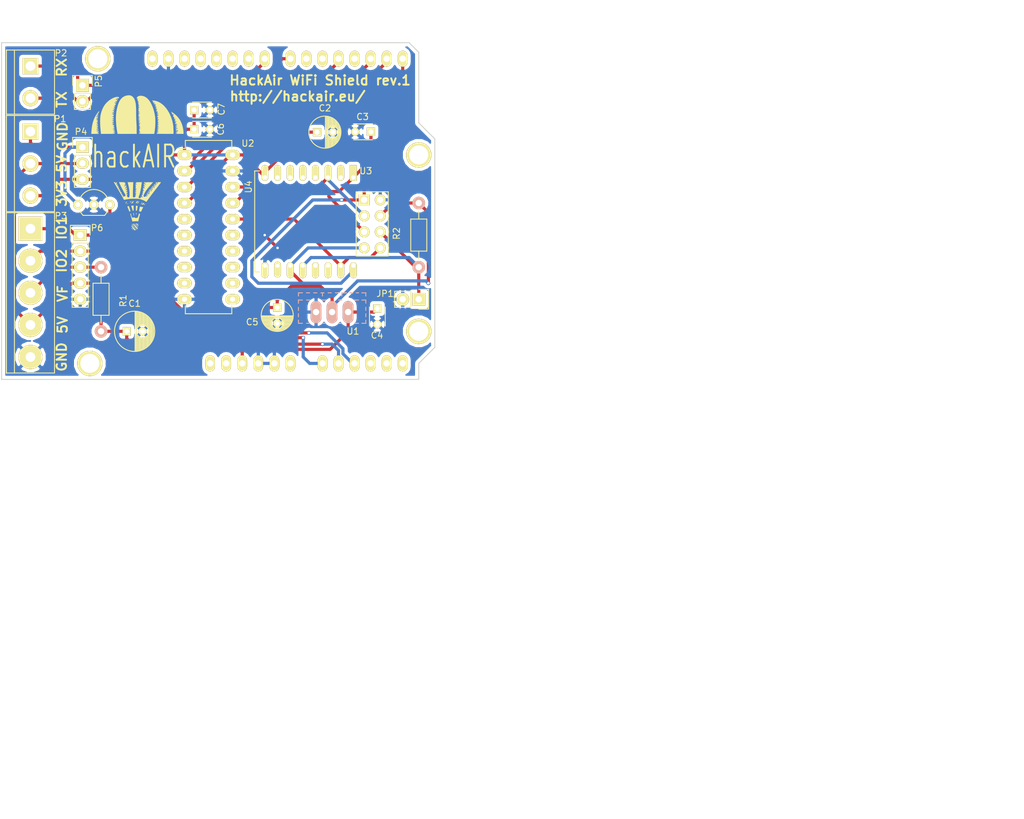
<source format=kicad_pcb>
(kicad_pcb (version 4) (host pcbnew 4.0.4-stable)
  (layers (0 F.Cu signal) (31 B.Cu signal) (34 B.Paste user) (35 F.Paste user) (36 B.SilkS user) (37 F.SilkS user) (38 B.Mask user) (39 F.Mask user) (44 Edge.Cuts user))
  (net 0 "")
  (net 1 GND)
  (net 2 +5V)
  (net 3 +3V3)
  (net 4 /ESP_RST)
  (net 5 /SENSOR_RX)
  (net 6 /SENSOR_TX)
  (net 7 /SENSOR_IO2)
  (net 8 /SENSOR_IO1)
  (net 9 "Net-(SHIELD1-PadAD5)")
  (net 10 "Net-(SHIELD1-PadAD4)")
  (net 11 "Net-(SHIELD1-PadAD3)")
  (net 12 "Net-(SHIELD1-PadV_IN)")
  (net 13 "Net-(SHIELD1-Pad3V3)")
  (net 14 "Net-(SHIELD1-PadRST)")
  (net 15 /ESP_TX)
  (net 16 /MC_TX)
  (net 17 /MC_RST)
  (net 18 "Net-(SHIELD1-Pad3)")
  (net 19 /MC_CS)
  (net 20 "Net-(SHIELD1-Pad5)")
  (net 21 "Net-(SHIELD1-Pad6)")
  (net 22 "Net-(SHIELD1-Pad9)")
  (net 23 "Net-(SHIELD1-Pad10)")
  (net 24 "Net-(SHIELD1-Pad11)")
  (net 25 "Net-(SHIELD1-Pad12)")
  (net 26 "Net-(SHIELD1-Pad13)")
  (net 27 "Net-(SHIELD1-PadAREF)")
  (net 28 "Net-(U2-Pad5)")
  (net 29 "Net-(U2-Pad6)")
  (net 30 "Net-(U2-Pad7)")
  (net 31 "Net-(U2-Pad8)")
  (net 32 "Net-(U2-Pad9)")
  (net 33 "Net-(U2-Pad11)")
  (net 34 "Net-(U2-Pad12)")
  (net 35 "Net-(U2-Pad13)")
  (net 36 "Net-(U2-Pad14)")
  (net 37 "Net-(U2-Pad15)")
  (net 38 /ESP_RX)
  (net 39 /ESP_CS)
  (net 40 /ESP_IO_0)
  (net 41 "Net-(U4-Pad10)")
  (net 42 "Net-(U4-Pad13)")
  (net 43 "Net-(U4-Pad14)")
  (net 44 "Net-(U4-Pad2)")
  (net 45 "Net-(U4-Pad4)")
  (net 46 "Net-(U4-Pad5)")
  (net 47 "Net-(U4-Pad6)")
  (net 48 "Net-(U4-Pad7)")
  (net 49 /SW_GND)
  (net 50 /FILTER_OUT)
  (net 51 /SW_GND_G)
  (module lib:logo (layer F.Cu) (at 144.526 91.186)
    (fp_text reference G*** hide)
    (fp_text value LOGO hide)
  )
  (module Pin_Headers:Pin_Header_Straight_1x01 (layer F.Cu) (at 189.103 89.662)
    (fp_text reference HOLE hide)
    (fp_text value "")
    (pad 1 thru_hole circle (at 0 0) (size 4 4) (drill 3) (layers *.Cu *.Mask F.SilkS))
  )
  (module Pin_Headers:Pin_Header_Straight_1x01 (layer F.Cu) (at 189.103 117.602)
    (fp_text reference HOLE hide)
    (fp_text value "")
    (pad 1 thru_hole circle (at 0 0) (size 4 4) (drill 3) (layers *.Cu *.Mask F.SilkS))
  )
  (module Pin_Headers:Pin_Header_Straight_1x01 (layer F.Cu) (at 137.033 122.682)
    (fp_text reference HOLE hide)
    (fp_text value "")
    (pad 1 thru_hole circle (at 0 0) (size 4 4) (drill 3) (layers *.Cu *.Mask F.SilkS))
  )
  (module Pin_Headers:Pin_Header_Straight_1x01 (layer F.Cu) (at 138.303 74.422)
    (fp_text reference HOLE hide)
    (fp_text value "")
    (pad 1 thru_hole circle (at 0 0) (size 4 4) (drill 3) (layers *.Cu *.Mask F.SilkS))
  )
  (module arduino_shields:ARDUINO_SHIELD_2_040pins (layer F.Cu) (at 123.063 125.222)
    (fp_text reference SHIELD1 hide)
    (fp_text value ARDUINO_SHIELD hide)
    (pad AD5 thru_hole oval (at 63.5 -2.54 90) (size 2.54 1.524) (drill 1.016) (layers *.Cu *.Mask F.SilkS) (net 9 "Net-(SHIELD1-PadAD5)"))
    (pad AD4 thru_hole oval (at 60.96 -2.54 90) (size 2.54 1.524) (drill 1.016) (layers *.Cu *.Mask F.SilkS) (net 10 "Net-(SHIELD1-PadAD4)"))
    (pad AD3 thru_hole oval (at 58.42 -2.54 90) (size 2.54 1.524) (drill 1.016) (layers *.Cu *.Mask F.SilkS) (net 11 "Net-(SHIELD1-PadAD3)"))
    (pad AD0 thru_hole oval (at 50.8 -2.54 90) (size 2.54 1.524) (drill 1.016) (layers *.Cu *.Mask F.SilkS) (net 8 /SENSOR_IO1))
    (pad AD1 thru_hole oval (at 53.34 -2.54 90) (size 2.54 1.524) (drill 1.016) (layers *.Cu *.Mask F.SilkS) (net 7 /SENSOR_IO2))
    (pad AD2 thru_hole oval (at 55.88 -2.54 90) (size 2.54 1.524) (drill 1.016) (layers *.Cu *.Mask F.SilkS) (net 51 /SW_GND_G))
    (pad V_IN thru_hole oval (at 45.72 -2.54 90) (size 2.54 1.524) (drill 1.016) (layers *.Cu *.Mask F.SilkS) (net 12 "Net-(SHIELD1-PadV_IN)"))
    (pad GND2 thru_hole oval (at 43.18 -2.54 90) (size 2.54 1.524) (drill 1.016) (layers *.Cu *.Mask F.SilkS) (net 1 GND))
    (pad GND1 thru_hole oval (at 40.64 -2.54 90) (size 2.54 1.524) (drill 1.016) (layers *.Cu *.Mask F.SilkS) (net 1 GND))
    (pad 3V3 thru_hole oval (at 35.56 -2.54 90) (size 2.54 1.524) (drill 1.016) (layers *.Cu *.Mask F.SilkS) (net 13 "Net-(SHIELD1-Pad3V3)"))
    (pad RST thru_hole oval (at 33.02 -2.54 90) (size 2.54 1.524) (drill 1.016) (layers *.Cu *.Mask F.SilkS) (net 14 "Net-(SHIELD1-PadRST)"))
    (pad 0 thru_hole oval (at 63.5 -50.8 90) (size 2.54 1.524) (drill 1.016) (layers *.Cu *.Mask F.SilkS) (net 15 /ESP_TX))
    (pad 1 thru_hole oval (at 60.96 -50.8 90) (size 2.54 1.524) (drill 1.016) (layers *.Cu *.Mask F.SilkS) (net 16 /MC_TX))
    (pad 2 thru_hole oval (at 58.42 -50.8 90) (size 2.54 1.524) (drill 1.016) (layers *.Cu *.Mask F.SilkS) (net 17 /MC_RST))
    (pad 3 thru_hole oval (at 55.88 -50.8 90) (size 2.54 1.524) (drill 1.016) (layers *.Cu *.Mask F.SilkS) (net 18 "Net-(SHIELD1-Pad3)"))
    (pad 4 thru_hole oval (at 53.34 -50.8 90) (size 2.54 1.524) (drill 1.016) (layers *.Cu *.Mask F.SilkS) (net 19 /MC_CS))
    (pad 5 thru_hole oval (at 50.8 -50.8 90) (size 2.54 1.524) (drill 1.016) (layers *.Cu *.Mask F.SilkS) (net 20 "Net-(SHIELD1-Pad5)"))
    (pad 6 thru_hole oval (at 48.26 -50.8 90) (size 2.54 1.524) (drill 1.016) (layers *.Cu *.Mask F.SilkS) (net 21 "Net-(SHIELD1-Pad6)"))
    (pad 7 thru_hole oval (at 45.72 -50.8 90) (size 2.54 1.524) (drill 1.016) (layers *.Cu *.Mask F.SilkS) (net 6 /SENSOR_TX))
    (pad 8 thru_hole oval (at 41.656 -50.8 90) (size 2.54 1.524) (drill 1.016) (layers *.Cu *.Mask F.SilkS) (net 5 /SENSOR_RX))
    (pad 9 thru_hole oval (at 39.116 -50.8 90) (size 2.54 1.524) (drill 1.016) (layers *.Cu *.Mask F.SilkS) (net 22 "Net-(SHIELD1-Pad9)"))
    (pad 10 thru_hole oval (at 36.576 -50.8 90) (size 2.54 1.524) (drill 1.016) (layers *.Cu *.Mask F.SilkS) (net 23 "Net-(SHIELD1-Pad10)"))
    (pad 11 thru_hole oval (at 34.036 -50.8 90) (size 2.54 1.524) (drill 1.016) (layers *.Cu *.Mask F.SilkS) (net 24 "Net-(SHIELD1-Pad11)"))
    (pad 12 thru_hole oval (at 31.496 -50.8 90) (size 2.54 1.524) (drill 1.016) (layers *.Cu *.Mask F.SilkS) (net 25 "Net-(SHIELD1-Pad12)"))
    (pad 13 thru_hole oval (at 28.956 -50.8 90) (size 2.54 1.524) (drill 1.016) (layers *.Cu *.Mask F.SilkS) (net 26 "Net-(SHIELD1-Pad13)"))
    (pad GND3 thru_hole oval (at 26.416 -50.8 90) (size 2.54 1.524) (drill 1.016) (layers *.Cu *.Mask F.SilkS) (net 1 GND))
    (pad AREF thru_hole oval (at 23.876 -50.8 90) (size 2.54 1.524) (drill 1.016) (layers *.Cu *.Mask F.SilkS) (net 27 "Net-(SHIELD1-PadAREF)"))
    (pad 5V thru_hole oval (at 38.1 -2.54 90) (size 2.54 1.524) (drill 1.016) (layers *.Cu *.Mask F.SilkS) (net 2 +5V))
  )
  (module Housings_DIP:DIP-20_W7.62mm_LongPads (layer F.Cu) (at 152.019 89.662)
    (fp_text reference U2 (at 10.033 -1.8288) (layer F.SilkS))
    (fp_text value SN74LVC245A)
    (pad 1 thru_hole oval (at 0 0) (size 2.3 1.6) (drill 0.8) (layers *.Cu *.Mask F.SilkS) (net 3 +3V3))
    (pad 2 thru_hole oval (at 0 2.54) (size 2.3 1.6) (drill 0.8) (layers *.Cu *.Mask F.SilkS) (net 19 /MC_CS))
    (pad 3 thru_hole oval (at 0 5.08) (size 2.3 1.6) (drill 0.8) (layers *.Cu *.Mask F.SilkS) (net 17 /MC_RST))
    (pad 4 thru_hole oval (at 0 7.62) (size 2.3 1.6) (drill 0.8) (layers *.Cu *.Mask F.SilkS) (net 16 /MC_TX))
    (pad 5 thru_hole oval (at 0 10.16) (size 2.3 1.6) (drill 0.8) (layers *.Cu *.Mask F.SilkS) (net 28 "Net-(U2-Pad5)"))
    (pad 6 thru_hole oval (at 0 12.7) (size 2.3 1.6) (drill 0.8) (layers *.Cu *.Mask F.SilkS) (net 29 "Net-(U2-Pad6)"))
    (pad 7 thru_hole oval (at 0 15.24) (size 2.3 1.6) (drill 0.8) (layers *.Cu *.Mask F.SilkS) (net 30 "Net-(U2-Pad7)"))
    (pad 8 thru_hole oval (at 0 17.78) (size 2.3 1.6) (drill 0.8) (layers *.Cu *.Mask F.SilkS) (net 31 "Net-(U2-Pad8)"))
    (pad 9 thru_hole oval (at 0 20.32) (size 2.3 1.6) (drill 0.8) (layers *.Cu *.Mask F.SilkS) (net 32 "Net-(U2-Pad9)"))
    (pad 10 thru_hole oval (at 0 22.86) (size 2.3 1.6) (drill 0.8) (layers *.Cu *.Mask F.SilkS) (net 1 GND))
    (pad 11 thru_hole oval (at 7.62 22.86) (size 2.3 1.6) (drill 0.8) (layers *.Cu *.Mask F.SilkS) (net 33 "Net-(U2-Pad11)"))
    (pad 12 thru_hole oval (at 7.62 20.32) (size 2.3 1.6) (drill 0.8) (layers *.Cu *.Mask F.SilkS) (net 34 "Net-(U2-Pad12)"))
    (pad 13 thru_hole oval (at 7.62 17.78) (size 2.3 1.6) (drill 0.8) (layers *.Cu *.Mask F.SilkS) (net 35 "Net-(U2-Pad13)"))
    (pad 14 thru_hole oval (at 7.62 15.24) (size 2.3 1.6) (drill 0.8) (layers *.Cu *.Mask F.SilkS) (net 36 "Net-(U2-Pad14)"))
    (pad 15 thru_hole oval (at 7.62 12.7) (size 2.3 1.6) (drill 0.8) (layers *.Cu *.Mask F.SilkS) (net 37 "Net-(U2-Pad15)"))
    (pad 16 thru_hole oval (at 7.62 10.16) (size 2.3 1.6) (drill 0.8) (layers *.Cu *.Mask F.SilkS) (net 38 /ESP_RX))
    (pad 17 thru_hole oval (at 7.62 7.62) (size 2.3 1.6) (drill 0.8) (layers *.Cu *.Mask F.SilkS) (net 4 /ESP_RST))
    (pad 18 thru_hole oval (at 7.62 5.08) (size 2.3 1.6) (drill 0.8) (layers *.Cu *.Mask F.SilkS) (net 39 /ESP_CS))
    (pad 19 thru_hole oval (at 7.62 2.54) (size 2.3 1.6) (drill 0.8) (layers *.Cu *.Mask F.SilkS) (net 1 GND))
    (pad 20 thru_hole oval (at 7.62 0) (size 2.3 1.6) (drill 0.8) (layers *.Cu *.Mask F.SilkS) (net 3 +3V3))
  )
  (module Capacitors_ThroughHole:C_Radial_D6.3_L11.2_P2.5 (layer F.Cu) (at 142.875 117.602)
    (fp_text reference C1 (at 1.25 -4.4) (layer F.SilkS))
    (fp_text value 220uF)
    (pad 2 thru_hole circle (at 2.5 0) (size 1.3 1.3) (drill 0.8) (layers *.Cu *.Mask F.SilkS) (net 1 GND))
    (pad 1 thru_hole rect (at 0 0) (size 1.3 1.3) (drill 0.8) (layers *.Cu *.Mask F.SilkS) (net 2 +5V))
  )
  (module Capacitors_ThroughHole:C_Radial_D5_L11_P2.5 (layer F.Cu) (at 172.9994 86.0552)
    (fp_text reference C2 (at 1.25 -3.8) (layer F.SilkS))
    (fp_text value 10uF)
    (pad 1 thru_hole rect (at 0 0) (size 1.3 1.3) (drill 0.8) (layers *.Cu *.Mask F.SilkS) (net 3 +3V3))
    (pad 2 thru_hole circle (at 2.5 0) (size 1.3 1.3) (drill 0.8) (layers *.Cu *.Mask F.SilkS) (net 1 GND))
  )
  (module Capacitors_ThroughHole:C_Disc_D3_P2.5 (layer F.Cu) (at 181.5338 86.0044 180)
    (fp_text reference C3 (at 1.3208 2.3876 180) (layer F.SilkS))
    (fp_text value 10nF)
    (pad 1 thru_hole rect (at 0 0 180) (size 1.3 1.3) (drill 0.8) (layers *.Cu *.Mask F.SilkS) (net 4 /ESP_RST))
    (pad 2 thru_hole circle (at 2.5 0 180) (size 1.3 1.3) (drill 0.8001) (layers *.Cu *.Mask F.SilkS) (net 1 GND))
  )
  (module Capacitors_ThroughHole:C_Disc_D3_P2.5 (layer F.Cu) (at 182.5498 113.9952 270)
    (fp_text reference C4 (at 4.2418 0.0508 360) (layer F.SilkS))
    (fp_text value 100nF)
    (pad 1 thru_hole rect (at 0 0 270) (size 1.3 1.3) (drill 0.8) (layers *.Cu *.Mask F.SilkS) (net 2 +5V))
    (pad 2 thru_hole circle (at 2.5 0 270) (size 1.3 1.3) (drill 0.8001) (layers *.Cu *.Mask F.SilkS) (net 1 GND))
  )
  (module Capacitors_ThroughHole:C_Radial_D5_L11_P2.5 (layer F.Cu) (at 166.7002 113.832 270)
    (fp_text reference C5 (at 2.2968 3.9624 360) (layer F.SilkS))
    (fp_text value 10uF)
    (pad 1 thru_hole rect (at 0 0 270) (size 1.3 1.3) (drill 0.8) (layers *.Cu *.Mask F.SilkS) (net 3 +3V3))
    (pad 2 thru_hole circle (at 2.5 0 270) (size 1.3 1.3) (drill 0.8) (layers *.Cu *.Mask F.SilkS) (net 1 GND))
  )
  (module Connect:bornier3 (layer F.Cu) (at 127.635 91.0336 270)
    (fp_text reference P1 (at -7.0866 -4.699 360) (layer F.SilkS))
    (fp_text value CONN_PWR)
    (pad 1 thru_hole rect (at -5.08 0 270) (size 2.54 2.54) (drill 1.524) (layers *.Cu *.Mask F.SilkS) (net 49 /SW_GND))
    (pad 2 thru_hole circle (at 0 0 270) (size 2.54 2.54) (drill 1.524) (layers *.Cu *.Mask F.SilkS) (net 2 +5V))
    (pad 3 thru_hole circle (at 5.08 0 270) (size 2.54 2.54) (drill 1.524) (layers *.Cu *.Mask F.SilkS) (net 3 +3V3))
  )
  (module Connect:bornier2 (layer F.Cu) (at 127.635 78.1304 270)
    (fp_text reference P2 (at -4.5974 -4.826 360) (layer F.SilkS))
    (fp_text value CONN_SENSOR_SERIAL)
    (pad 1 thru_hole rect (at -2.54 0 270) (size 2.54 2.54) (drill 1.524) (layers *.Cu *.Mask F.SilkS) (net 5 /SENSOR_RX))
    (pad 2 thru_hole circle (at 2.54 0 270) (size 2.54 2.54) (drill 1.524) (layers *.Cu *.Mask F.SilkS) (net 6 /SENSOR_TX))
  )
  (module Connect:bornier5 (layer F.Cu) (at 127.635 111.506 270)
    (fp_text reference P3 (at -12.192 -4.826 360) (layer F.SilkS))
    (fp_text value CONN_SENSOR)
    (pad 2 thru_hole circle (at -5.08 0 270) (size 3.81 3.81) (drill 1.524) (layers *.Cu *.Mask F.SilkS) (net 7 /SENSOR_IO2))
    (pad 3 thru_hole circle (at 0 0 270) (size 3.81 3.81) (drill 1.524) (layers *.Cu *.Mask F.SilkS) (net 50 /FILTER_OUT))
    (pad 1 thru_hole rect (at -10.16 0 270) (size 3.81 3.81) (drill 1.524) (layers *.Cu *.Mask F.SilkS) (net 8 /SENSOR_IO1))
    (pad 4 thru_hole circle (at 5.08 0 270) (size 3.81 3.81) (drill 1.524) (layers *.Cu *.Mask F.SilkS) (net 2 +5V))
    (pad 5 thru_hole circle (at 10.16 0 270) (size 3.81 3.81) (drill 1.524) (layers *.Cu *.Mask F.SilkS) (net 1 GND))
  )
  (module Pin_Headers:Pin_Header_Straight_1x03 (layer F.Cu) (at 135.8646 88.4428)
    (fp_text reference P4 (at -0.2286 -2.4638 180) (layer F.SilkS))
    (fp_text value CONN_PWR_H)
    (pad 1 thru_hole rect (at 0 0) (size 2.032 1.7272) (drill 1.016) (layers *.Cu *.Mask F.SilkS) (net 49 /SW_GND))
    (pad 2 thru_hole oval (at 0 2.54) (size 2.032 1.7272) (drill 1.016) (layers *.Cu *.Mask F.SilkS) (net 2 +5V))
    (pad 3 thru_hole oval (at 0 5.08) (size 2.032 1.7272) (drill 1.016) (layers *.Cu *.Mask F.SilkS) (net 3 +3V3))
  )
  (module Pin_Headers:Pin_Header_Straight_1x02 (layer F.Cu) (at 135.8646 78.6384)
    (fp_text reference P5 (at 2.5654 -0.6604 270) (layer F.SilkS))
    (fp_text value CONN_SENSOR_SERIAL_H)
    (pad 1 thru_hole rect (at 0 0) (size 2.032 2.032) (drill 1.016) (layers *.Cu *.Mask F.SilkS) (net 5 /SENSOR_RX))
    (pad 2 thru_hole oval (at 0 2.54) (size 2.032 2.032) (drill 1.016) (layers *.Cu *.Mask F.SilkS) (net 6 /SENSOR_TX))
  )
  (module Resistors_ThroughHole:Resistor_Horizontal_RM10mm (layer F.Cu) (at 138.811 107.442 270)
    (fp_text reference R1 (at 5.32892 -3.50012 270) (layer F.SilkS))
    (fp_text value 150)
    (pad 1 thru_hole circle (at 0 0 270) (size 1.99898 1.99898) (drill 1.00076) (layers *.Cu *.SilkS *.Mask) (net 50 /FILTER_OUT))
    (pad 2 thru_hole circle (at 10.16 0 270) (size 1.99898 1.99898) (drill 1.00076) (layers *.Cu *.SilkS *.Mask) (net 2 +5V))
  )
  (module TO_SOT_Packages_THT:TO-220_Neutral123_Vertical_MountedFromLS_LargePads (layer B.Cu) (at 175.387 114.554 180)
    (fp_text reference U1 (at -3.302 -3.048 180) (layer F.SilkS))
    (fp_text value LD1117S33CTR)
    (pad 2 thru_hole oval (at 0 0 90) (size 3.50012 1.69926) (drill 1.00076) (layers *.Cu *.Mask B.SilkS) (net 3 +3V3))
    (pad 3 thru_hole oval (at -2.54 0 90) (size 3.50012 1.69926) (drill 1.00076) (layers *.Cu *.Mask B.SilkS) (net 2 +5V))
    (pad 1 thru_hole oval (at 2.54 0 90) (size 3.50012 1.69926) (drill 1.00076) (layers *.Cu *.Mask B.SilkS) (net 1 GND))
  )
  (module ESP8266:ESP-01 (layer F.Cu) (at 180.467 96.774)
    (fp_text reference U3 (at 0.254 -4.572) (layer F.SilkS))
    (fp_text value ESP-01v090)
    (pad 1 thru_hole rect (at 0 0) (size 1.7272 1.7272) (drill 1.016) (layers *.Cu *.Mask F.SilkS) (net 15 /ESP_TX))
    (pad 2 thru_hole oval (at 2.54 0) (size 1.7272 1.7272) (drill 1.016) (layers *.Cu *.Mask F.SilkS) (net 1 GND))
    (pad 3 thru_hole oval (at 0 2.54) (size 1.7272 1.7272) (drill 1.016) (layers *.Cu *.Mask F.SilkS) (net 39 /ESP_CS))
    (pad 4 thru_hole oval (at 2.54 2.54) (size 1.7272 1.7272) (drill 1.016) (layers *.Cu *.Mask F.SilkS) (net 3 +3V3))
    (pad 5 thru_hole oval (at 0 5.08) (size 1.7272 1.7272) (drill 1.016) (layers *.Cu *.Mask F.SilkS) (net 4 /ESP_RST))
    (pad 6 thru_hole oval (at 2.54 5.08) (size 1.7272 1.7272) (drill 1.016) (layers *.Cu *.Mask F.SilkS) (net 40 /ESP_IO_0))
    (pad 7 thru_hole oval (at 0 7.62) (size 1.7272 1.7272) (drill 1.016) (layers *.Cu *.Mask F.SilkS) (net 3 +3V3))
    (pad 8 thru_hole oval (at 2.54 7.62) (size 1.7272 1.7272) (drill 1.016) (layers *.Cu *.Mask F.SilkS) (net 38 /ESP_RX))
  )
  (module Pin_Headers:Pin_Header_Straight_1x05 (layer F.Cu) (at 135.509 102.362)
    (fp_text reference P6 (at 2.667 -1.143) (layer F.SilkS))
    (fp_text value CONN_SENSOR_H)
    (pad 1 thru_hole rect (at 0 0) (size 2.032 1.7272) (drill 1.016) (layers *.Cu *.Mask F.SilkS) (net 8 /SENSOR_IO1))
    (pad 2 thru_hole oval (at 0 2.54) (size 2.032 1.7272) (drill 1.016) (layers *.Cu *.Mask F.SilkS) (net 7 /SENSOR_IO2))
    (pad 3 thru_hole oval (at 0 5.08) (size 2.032 1.7272) (drill 1.016) (layers *.Cu *.Mask F.SilkS) (net 50 /FILTER_OUT))
    (pad 4 thru_hole oval (at 0 7.62) (size 2.032 1.7272) (drill 1.016) (layers *.Cu *.Mask F.SilkS) (net 2 +5V))
    (pad 5 thru_hole oval (at 0 10.16) (size 2.032 1.7272) (drill 1.016) (layers *.Cu *.Mask F.SilkS) (net 1 GND))
  )
  (module Capacitors_ThroughHole:C_Disc_D3_P2.5 (layer F.Cu) (at 153.543 85.598)
    (fp_text reference C6 (at 4.191 0 90) (layer F.SilkS))
    (fp_text value 10nF)
    (pad 1 thru_hole rect (at 0 0) (size 1.3 1.3) (drill 0.8) (layers *.Cu *.Mask F.SilkS) (net 3 +3V3))
    (pad 2 thru_hole circle (at 2.5 0) (size 1.3 1.3) (drill 0.8001) (layers *.Cu *.Mask F.SilkS) (net 1 GND))
  )
  (module Capacitors_ThroughHole:C_Disc_D3_P2.5 (layer F.Cu) (at 153.543 82.55)
    (fp_text reference C7 (at 4.318 -0.127 90) (layer F.SilkS))
    (fp_text value 100nF)
    (pad 1 thru_hole rect (at 0 0) (size 1.3 1.3) (drill 0.8) (layers *.Cu *.Mask F.SilkS) (net 3 +3V3))
    (pad 2 thru_hole circle (at 2.5 0) (size 1.3 1.3) (drill 0.8001) (layers *.Cu *.Mask F.SilkS) (net 1 GND))
  )
  (module ESP8266:ESP-12 (layer F.Cu) (at 178.751 93.218 270)
    (fp_text reference U4 (at 1.5 16.6 270) (layer F.SilkS))
    (fp_text value ESP-12)
    (pad 1 thru_hole rect (at 0 0 270) (size 2.5 1.1) (drill 0.65 (offset -0.7 0)) (layers *.Cu *.Mask F.SilkS) (net 4 /ESP_RST))
    (pad 2 thru_hole oval (at 0 2 270) (size 2.5 1.1) (drill 0.65 (offset -0.7 0)) (layers *.Cu *.Mask F.SilkS) (net 44 "Net-(U4-Pad2)"))
    (pad 3 thru_hole oval (at 0 4 270) (size 2.5 1.1) (drill 0.65 (offset -0.7 0)) (layers *.Cu *.Mask F.SilkS) (net 39 /ESP_CS))
    (pad 4 thru_hole oval (at 0 6 270) (size 2.5 1.1) (drill 0.65 (offset -0.7 0)) (layers *.Cu *.Mask F.SilkS) (net 45 "Net-(U4-Pad4)"))
    (pad 5 thru_hole oval (at 0 8 270) (size 2.5 1.1) (drill 0.65 (offset -0.7 0)) (layers *.Cu *.Mask F.SilkS) (net 46 "Net-(U4-Pad5)"))
    (pad 6 thru_hole oval (at 0 10 270) (size 2.5 1.1) (drill 0.65 (offset -0.7 0)) (layers *.Cu *.Mask F.SilkS) (net 47 "Net-(U4-Pad6)"))
    (pad 7 thru_hole oval (at 0 12 270) (size 2.5 1.1) (drill 0.65 (offset -0.7 0)) (layers *.Cu *.Mask F.SilkS) (net 48 "Net-(U4-Pad7)"))
    (pad 8 thru_hole oval (at 0 14 270) (size 2.5 1.1) (drill 0.65 (offset -0.7 0)) (layers *.Cu *.Mask F.SilkS) (net 3 +3V3))
    (pad 9 thru_hole oval (at 14 14 270) (size 2.5 1.1) (drill 0.65 (offset 0.7 0)) (layers *.Cu *.Mask F.SilkS) (net 1 GND))
    (pad 10 thru_hole oval (at 14 12 270) (size 2.5 1.1) (drill 0.65 (offset 0.6 0)) (layers *.Cu *.Mask F.SilkS) (net 41 "Net-(U4-Pad10)"))
    (pad 11 thru_hole oval (at 14 10 270) (size 2.5 1.1) (drill 0.65 (offset 0.7 0)) (layers *.Cu *.Mask F.SilkS) (net 3 +3V3))
    (pad 12 thru_hole oval (at 14 8 270) (size 2.5 1.1) (drill 0.65 (offset 0.7 0)) (layers *.Cu *.Mask F.SilkS) (net 40 /ESP_IO_0))
    (pad 13 thru_hole oval (at 14 6 270) (size 2.5 1.1) (drill 0.65 (offset 0.7 0)) (layers *.Cu *.Mask F.SilkS) (net 42 "Net-(U4-Pad13)"))
    (pad 14 thru_hole oval (at 14 4 270) (size 2.5 1.1) (drill 0.65 (offset 0.7 0)) (layers *.Cu *.Mask F.SilkS) (net 43 "Net-(U4-Pad14)"))
    (pad 15 thru_hole oval (at 14 2 270) (size 2.5 1.1) (drill 0.65 (offset 0.7 0)) (layers *.Cu *.Mask F.SilkS) (net 38 /ESP_RX))
    (pad 16 thru_hole oval (at 14 0 270) (size 2.5 1.1) (drill 0.65 (offset 0.7 0)) (layers *.Cu *.Mask F.SilkS) (net 15 /ESP_TX))
  )
  (module Pin_Headers:Pin_Header_Straight_1x02 (layer F.Cu) (at 189.103 112.522 270)
    (fp_text reference JP1 (at -0.889 5.334 360) (layer F.SilkS))
    (fp_text value Jumper_NO_Small)
    (pad 1 thru_hole rect (at 0 0 270) (size 2.032 2.032) (drill 1.016) (layers *.Cu *.Mask F.SilkS) (net 40 /ESP_IO_0))
    (pad 2 thru_hole oval (at 0 2.54 270) (size 2.032 2.032) (drill 1.016) (layers *.Cu *.Mask F.SilkS) (net 1 GND))
  )
  (module Resistors_ThroughHole:Resistor_Horizontal_RM10mm (layer F.Cu) (at 189.103 107.442 90)
    (fp_text reference R2 (at 5.32892 -3.50012 90) (layer F.SilkS))
    (fp_text value 1K)
    (pad 1 thru_hole circle (at 0 0 90) (size 1.99898 1.99898) (drill 1.00076) (layers *.Cu *.SilkS *.Mask) (net 40 /ESP_IO_0))
    (pad 2 thru_hole circle (at 10.16 0 90) (size 1.99898 1.99898) (drill 1.00076) (layers *.Cu *.SilkS *.Mask) (net 3 +3V3))
  )
  (module TO_SOT_Packages_THT:TO-92_Inline_Wide (layer F.Cu) (at 135.128 97.536)
    (fp_text reference Q1 (at 0 -4 180) (layer F.SilkS))
    (fp_text value ZVN4206A)
    (pad 2 thru_hole circle (at 2.54 0 90) (size 1.524 1.524) (drill 0.8) (layers *.Cu *.Mask F.SilkS) (net 1 GND))
    (pad 3 thru_hole circle (at 5.08 0 90) (size 1.524 1.524) (drill 0.8) (layers *.Cu *.Mask F.SilkS) (net 51 /SW_GND_G))
    (pad 1 thru_hole circle (at 0 0 90) (size 1.524 1.524) (drill 0.8) (layers *.Cu *.Mask F.SilkS) (net 49 /SW_GND))
  )
  (gr_text http://hackair.eu/ (at 169.926 80.391) (layer F.SilkS) (effects (font (size 1.5 1.5) (thickness 0.3))))
  (gr_text hackAIR (at 144.018 89.916) (layer F.SilkS) (effects (font (size 3.5 2.3) (thickness 0.3))))
  (gr_text "HackAir WiFi Shield rev.1" (at 173.482 77.851) (layer F.SilkS) (effects (font (size 1.5 1.5) (thickness 0.3))))
  (gr_text GND (at 132.588 121.666 90) (layer F.SilkS) (effects (font (size 1.5 1.5) (thickness 0.3))))
  (gr_text 5V (at 132.715 116.586 90) (layer F.SilkS) (effects (font (size 1.5 1.5) (thickness 0.3))))
  (gr_text VF (at 132.715 111.633 90) (layer F.SilkS) (effects (font (size 1.5 1.5) (thickness 0.3))))
  (gr_text IO2 (at 132.588 106.426 90) (layer F.SilkS) (effects (font (size 1.5 1.5) (thickness 0.3))))
  (gr_text 3V3 (at 132.588 95.758 90) (layer F.SilkS) (effects (font (size 1.5 1.5) (thickness 0.3))))
  (gr_text IO1 (at 132.588 101.219 90) (layer F.SilkS) (effects (font (size 1.5 1.5) (thickness 0.3))))
  (gr_text 5V (at 132.588 91.059 90) (layer F.SilkS) (effects (font (size 1.5 1.5) (thickness 0.3))))
  (gr_text GND (at 132.715 86.741 90) (layer F.SilkS) (effects (font (size 1.5 1.5) (thickness 0.3))))
  (gr_text TX (at 132.588 80.899 90) (layer F.SilkS) (effects (font (size 1.5 1.5) (thickness 0.3))))
  (gr_text RX (at 132.588 75.819 90) (layer F.SilkS) (effects (font (size 1.5 1.5) (thickness 0.3))))
  (gr_line (start 123.063 125.222) (end 123.063 71.882) (layer Edge.Cuts) (width 0.15))
  (gr_line (start 189.103 125.222) (end 123.063 125.222) (layer Edge.Cuts) (width 0.15))
  (gr_line (start 189.103 122.682) (end 189.103 125.222) (layer Edge.Cuts) (width 0.15))
  (gr_line (start 191.643 120.142) (end 189.103 122.682) (layer Edge.Cuts) (width 0.15))
  (gr_line (start 191.643 87.122) (end 191.643 120.142) (layer Edge.Cuts) (width 0.15))
  (gr_line (start 189.103 84.582) (end 191.643 87.122) (layer Edge.Cuts) (width 0.15))
  (gr_line (start 189.103 73.406) (end 189.103 84.582) (layer Edge.Cuts) (width 0.15))
  (gr_line (start 187.579 71.882) (end 189.103 73.406) (layer Edge.Cuts) (width 0.15))
  (gr_line (start 123.063 71.882) (end 187.579 71.882) (layer Edge.Cuts) (width 0.15))
  (segment (start 164.719 102.362) (end 164.719 96.932) (width 0.5) (layer B.Cu) (net 1))
  (segment (start 164.719 96.932) (end 159.989 92.202) (width 0.5) (layer B.Cu) (net 1))
  (segment (start 159.989 92.202) (end 159.639 92.202) (width 0.5) (layer B.Cu) (net 1))
  (segment (start 166.751 104.394) (end 164.719 102.362) (width 0.5) (layer F.Cu) (net 1))
  (via (at 164.719 102.362) (size 0.6) (drill 0.4) (layers F.Cu B.Cu) (net 1))
  (segment (start 164.751 107.218) (end 164.751 106.394) (width 0.5) (layer B.Cu) (net 1))
  (segment (start 164.751 106.394) (end 166.751 104.394) (width 0.5) (layer B.Cu) (net 1))
  (via (at 166.751 104.394) (size 0.6) (drill 0.4) (layers F.Cu B.Cu) (net 1))
  (segment (start 135.509 109.982) (end 137.025 109.982) (width 0.5) (layer F.Cu) (net 2))
  (segment (start 137.025 109.982) (end 138.811 111.768) (width 0.5) (layer F.Cu) (net 2))
  (segment (start 138.811 111.768) (end 138.811 113.8936) (width 0.5) (layer F.Cu) (net 2))
  (segment (start 127.635 116.586) (end 134.239 109.982) (width 0.5) (layer F.Cu) (net 2))
  (segment (start 134.239 109.982) (end 135.509 109.982) (width 0.5) (layer F.Cu) (net 2))
  (segment (start 142.875 117.602) (end 142.875 118.752) (width 0.5) (layer F.Cu) (net 2))
  (segment (start 142.875 118.752) (end 144.586311 120.463311) (width 0.5) (layer F.Cu) (net 2))
  (segment (start 144.586311 120.463311) (end 160.714311 120.463311) (width 0.5) (layer F.Cu) (net 2))
  (segment (start 138.811 117.602) (end 142.875 117.602) (width 0.5) (layer F.Cu) (net 2))
  (segment (start 134.747 109.982) (end 134.8994 109.982) (width 0.5) (layer F.Cu) (net 2))
  (segment (start 138.811 116.188508) (end 138.811 117.602) (width 0.5) (layer F.Cu) (net 2))
  (segment (start 138.811 113.8936) (end 138.811 116.188508) (width 0.5) (layer F.Cu) (net 2))
  (segment (start 134.239 109.982) (end 134.747 109.982) (width 0.5) (layer F.Cu) (net 2))
  (segment (start 160.714311 120.463311) (end 175.065689 120.463311) (width 0.5) (layer F.Cu) (net 2))
  (segment (start 175.065689 120.463311) (end 177.927 117.602) (width 0.5) (layer F.Cu) (net 2))
  (segment (start 177.927 117.602) (end 177.927 114.554) (width 0.5) (layer F.Cu) (net 2))
  (segment (start 177.927 114.554) (end 181.991 114.554) (width 0.5) (layer F.Cu) (net 2))
  (segment (start 181.991 114.554) (end 182.5498 113.9952) (width 0.5) (layer F.Cu) (net 2))
  (segment (start 161.163 122.682) (end 161.163 120.912) (width 0.5) (layer F.Cu) (net 2))
  (segment (start 161.163 120.912) (end 160.714311 120.463311) (width 0.5) (layer F.Cu) (net 2))
  (segment (start 125.095 93.5736) (end 125.095 114.046) (width 0.5) (layer F.Cu) (net 2))
  (segment (start 125.095 114.046) (end 127.635 116.586) (width 0.5) (layer F.Cu) (net 2))
  (segment (start 127.635 91.0336) (end 125.095 93.5736) (width 0.5) (layer F.Cu) (net 2))
  (segment (start 127.635 91.0336) (end 135.0518 91.0336) (width 0.5) (layer F.Cu) (net 2))
  (segment (start 135.0518 91.0336) (end 135.1026 90.9828) (width 0.5) (layer F.Cu) (net 2))
  (segment (start 153.543 82.55) (end 153.543 85.598) (width 0.5) (layer F.Cu) (net 3))
  (segment (start 152.019 89.662) (end 152.019 85.972) (width 0.5) (layer F.Cu) (net 3))
  (segment (start 152.019 85.972) (end 152.393 85.598) (width 0.5) (layer F.Cu) (net 3))
  (segment (start 152.393 85.598) (end 153.543 85.598) (width 0.5) (layer F.Cu) (net 3))
  (segment (start 180.467 104.394) (end 171.575 104.394) (width 0.5) (layer B.Cu) (net 3))
  (segment (start 171.575 104.394) (end 168.751 107.218) (width 0.5) (layer B.Cu) (net 3))
  (segment (start 190.627 109.982) (end 190.26301 109.61801) (width 0.5) (layer B.Cu) (net 3))
  (segment (start 190.26301 109.61801) (end 179.42256 109.61801) (width 0.5) (layer B.Cu) (net 3))
  (segment (start 179.42256 109.61801) (end 175.387 113.65357) (width 0.5) (layer B.Cu) (net 3))
  (segment (start 175.387 113.65357) (end 175.387 114.554) (width 0.5) (layer B.Cu) (net 3))
  (segment (start 189.103 97.282) (end 190.627 98.806) (width 0.5) (layer F.Cu) (net 3))
  (segment (start 190.627 98.806) (end 190.627 106.820752) (width 0.5) (layer F.Cu) (net 3))
  (segment (start 190.627 106.820752) (end 190.627 109.982) (width 0.5) (layer F.Cu) (net 3))
  (via (at 190.627 109.982) (size 0.6) (drill 0.4) (layers F.Cu B.Cu) (net 3))
  (segment (start 183.007 99.314) (end 185.039 97.282) (width 0.5) (layer F.Cu) (net 3))
  (segment (start 185.039 97.282) (end 189.103 97.282) (width 0.5) (layer F.Cu) (net 3))
  (segment (start 159.639 89.662) (end 159.289 89.662) (width 0.5) (layer F.Cu) (net 3))
  (segment (start 159.289 89.662) (end 157.099 91.852) (width 0.5) (layer F.Cu) (net 3))
  (segment (start 162.687 115.57) (end 164.425 113.832) (width 0.5) (layer F.Cu) (net 3))
  (segment (start 157.099 91.852) (end 157.099 113.03) (width 0.5) (layer F.Cu) (net 3))
  (segment (start 157.099 113.03) (end 159.639 115.57) (width 0.5) (layer F.Cu) (net 3))
  (segment (start 159.639 115.57) (end 162.687 115.57) (width 0.5) (layer F.Cu) (net 3))
  (segment (start 164.425 113.832) (end 166.7002 113.832) (width 0.5) (layer F.Cu) (net 3))
  (segment (start 166.7002 113.832) (end 166.7002 112.682) (width 0.5) (layer F.Cu) (net 3))
  (segment (start 168.8922 110.49) (end 171.208773 110.49) (width 0.5) (layer F.Cu) (net 3))
  (segment (start 166.7002 112.682) (end 168.8922 110.49) (width 0.5) (layer F.Cu) (net 3))
  (segment (start 173.57306 110.49) (end 171.208773 110.49) (width 0.5) (layer F.Cu) (net 3))
  (segment (start 171.208773 110.49) (end 168.751 108.032227) (width 0.5) (layer F.Cu) (net 3))
  (segment (start 168.751 108.032227) (end 168.751 107.218) (width 0.5) (layer F.Cu) (net 3))
  (segment (start 175.387 114.554) (end 175.387 112.30394) (width 0.5) (layer F.Cu) (net 3))
  (segment (start 175.387 112.30394) (end 173.57306 110.49) (width 0.5) (layer F.Cu) (net 3))
  (segment (start 172.9994 86.0552) (end 171.099573 86.0552) (width 0.5) (layer F.Cu) (net 3))
  (segment (start 171.099573 86.0552) (end 164.751 92.403773) (width 0.5) (layer F.Cu) (net 3))
  (segment (start 164.751 92.403773) (end 164.751 93.218) (width 0.5) (layer F.Cu) (net 3))
  (segment (start 159.639 89.662) (end 161.289 89.662) (width 0.5) (layer F.Cu) (net 3))
  (segment (start 164.751 93.124) (end 164.751 93.218) (width 0.5) (layer F.Cu) (net 3))
  (segment (start 161.289 89.662) (end 164.751 93.124) (width 0.5) (layer F.Cu) (net 3))
  (segment (start 142.367 89.662) (end 138.5062 93.5228) (width 0.5) (layer F.Cu) (net 3))
  (segment (start 138.5062 93.5228) (end 135.1026 93.5228) (width 0.5) (layer F.Cu) (net 3))
  (segment (start 152.019 89.662) (end 142.367 89.662) (width 0.5) (layer F.Cu) (net 3))
  (segment (start 159.639 89.662) (end 157.989 89.662) (width 0.5) (layer B.Cu) (net 3))
  (segment (start 157.989 89.662) (end 152.019 89.662) (width 0.5) (layer B.Cu) (net 3))
  (segment (start 127.635 96.1136) (end 129.431051 96.1136) (width 0.5) (layer F.Cu) (net 3))
  (segment (start 129.431051 96.1136) (end 132.021851 93.5228) (width 0.5) (layer F.Cu) (net 3))
  (segment (start 132.021851 93.5228) (end 135.1026 93.5228) (width 0.5) (layer F.Cu) (net 3))
  (segment (start 178.751 93.218) (end 181.5338 90.4352) (width 0.5) (layer F.Cu) (net 4))
  (segment (start 181.5338 90.4352) (end 181.5338 86.0044) (width 0.5) (layer F.Cu) (net 4))
  (segment (start 174.879 95.460399) (end 176.508601 95.460399) (width 0.5) (layer F.Cu) (net 4))
  (segment (start 161.810601 95.460399) (end 174.879 95.460399) (width 0.5) (layer F.Cu) (net 4))
  (segment (start 174.879 95.460399) (end 174.879 96.266) (width 0.5) (layer F.Cu) (net 4))
  (segment (start 174.879 96.266) (end 180.467 101.854) (width 0.5) (layer F.Cu) (net 4))
  (segment (start 159.639 97.282) (end 159.989 97.282) (width 0.5) (layer F.Cu) (net 4))
  (segment (start 159.989 97.282) (end 161.810601 95.460399) (width 0.5) (layer F.Cu) (net 4))
  (segment (start 176.508601 95.460399) (end 178.751 93.218) (width 0.5) (layer F.Cu) (net 4))
  (segment (start 135.1026 78.6384) (end 161.0106 78.6384) (width 0.5) (layer F.Cu) (net 5))
  (segment (start 161.0106 78.6384) (end 164.719 74.93) (width 0.5) (layer F.Cu) (net 5))
  (segment (start 164.719 74.93) (end 164.719 74.422) (width 0.5) (layer F.Cu) (net 5))
  (segment (start 127.635 75.5904) (end 133.5706 75.5904) (width 0.5) (layer F.Cu) (net 5))
  (segment (start 133.5706 75.5904) (end 135.1026 77.1224) (width 0.5) (layer F.Cu) (net 5))
  (segment (start 135.1026 77.1224) (end 135.1026 78.6384) (width 0.5) (layer F.Cu) (net 5))
  (segment (start 138.21584 79.502) (end 162.441 79.502) (width 0.5) (layer F.Cu) (net 6))
  (segment (start 162.441 79.502) (end 167.521 74.422) (width 0.5) (layer F.Cu) (net 6))
  (segment (start 167.521 74.422) (end 168.783 74.422) (width 0.5) (layer F.Cu) (net 6))
  (segment (start 135.1026 81.1784) (end 136.53944 81.1784) (width 0.5) (layer F.Cu) (net 6))
  (segment (start 136.53944 81.1784) (end 138.21584 79.502) (width 0.5) (layer F.Cu) (net 6))
  (segment (start 127.635 80.6704) (end 134.5946 80.6704) (width 0.5) (layer F.Cu) (net 6))
  (segment (start 134.5946 80.6704) (end 135.1026 81.1784) (width 0.5) (layer F.Cu) (net 6))
  (segment (start 156.083 119.634) (end 173.863 119.634) (width 0.5) (layer F.Cu) (net 7))
  (segment (start 154.051 119.634) (end 156.083 119.634) (width 0.5) (layer F.Cu) (net 7))
  (segment (start 139.319 104.902) (end 154.051 119.634) (width 0.5) (layer F.Cu) (net 7))
  (segment (start 134.747 104.902) (end 139.319 104.902) (width 0.5) (layer F.Cu) (net 7))
  (via (at 173.863 119.634) (size 0.6) (drill 0.4) (layers F.Cu B.Cu) (net 7))
  (segment (start 134.747 104.902) (end 129.159 104.902) (width 0.5) (layer F.Cu) (net 7))
  (segment (start 129.159 104.902) (end 127.635 106.426) (width 0.5) (layer F.Cu) (net 7))
  (segment (start 134.5946 104.902) (end 134.747 104.902) (width 0.5) (layer F.Cu) (net 7))
  (segment (start 175.387 119.634) (end 176.403 120.65) (width 0.5) (layer B.Cu) (net 7))
  (segment (start 176.403 120.65) (end 176.403 122.682) (width 0.5) (layer B.Cu) (net 7))
  (segment (start 173.863 119.634) (end 175.387 119.634) (width 0.5) (layer B.Cu) (net 7))
  (segment (start 176.403 122.174) (end 176.403 122.682) (width 0.5) (layer B.Cu) (net 7))
  (segment (start 138.303 102.362) (end 142.367 106.426) (width 0.5) (layer F.Cu) (net 8))
  (segment (start 134.747 102.362) (end 138.303 102.362) (width 0.5) (layer F.Cu) (net 8))
  (segment (start 142.367 106.426) (end 154.559 118.618) (width 0.5) (layer F.Cu) (net 8))
  (segment (start 154.559 118.618) (end 156.591 118.618) (width 0.5) (layer F.Cu) (net 8))
  (segment (start 156.591 118.618) (end 170.815 118.618) (width 0.5) (layer F.Cu) (net 8))
  (via (at 170.815 118.618) (size 0.6) (drill 0.4) (layers F.Cu B.Cu) (net 8))
  (segment (start 170.815 118.618) (end 170.815 121.666) (width 0.5) (layer B.Cu) (net 8))
  (segment (start 127.635 101.346) (end 133.731 101.346) (width 0.5) (layer F.Cu) (net 8))
  (segment (start 133.731 101.346) (end 134.747 102.362) (width 0.5) (layer F.Cu) (net 8))
  (segment (start 170.815 121.666) (end 171.831 122.682) (width 0.5) (layer B.Cu) (net 8))
  (segment (start 171.831 122.682) (end 173.863 122.682) (width 0.5) (layer B.Cu) (net 8))
  (segment (start 176.888663 96.796337) (end 172.316663 96.796337) (width 0.5) (layer B.Cu) (net 15))
  (segment (start 172.316663 96.796337) (end 162.687 106.426) (width 0.5) (layer B.Cu) (net 15))
  (segment (start 162.687 106.426) (end 162.687 108.966) (width 0.5) (layer B.Cu) (net 15))
  (segment (start 176.801227 109.982) (end 178.751 108.032227) (width 0.5) (layer B.Cu) (net 15))
  (segment (start 162.687 108.966) (end 163.703 109.982) (width 0.5) (layer B.Cu) (net 15))
  (segment (start 163.703 109.982) (end 176.801227 109.982) (width 0.5) (layer B.Cu) (net 15))
  (segment (start 178.751 108.032227) (end 178.751 107.218) (width 0.5) (layer B.Cu) (net 15))
  (segment (start 176.888663 96.796337) (end 180.444663 96.796337) (width 0.5) (layer F.Cu) (net 15))
  (segment (start 180.444663 96.796337) (end 180.467 96.774) (width 0.5) (layer F.Cu) (net 15))
  (via (at 176.888663 96.796337) (size 0.6) (drill 0.4) (layers F.Cu B.Cu) (net 15))
  (segment (start 185.039 90.17) (end 180.467 94.742) (width 0.5) (layer F.Cu) (net 15))
  (segment (start 180.467 94.742) (end 180.467 96.774) (width 0.5) (layer F.Cu) (net 15))
  (segment (start 185.039 78.486) (end 185.039 90.17) (width 0.5) (layer F.Cu) (net 15))
  (segment (start 185.039 78.486) (end 186.563 76.962) (width 0.5) (layer F.Cu) (net 15))
  (segment (start 186.563 76.962) (end 186.563 74.422) (width 0.5) (layer F.Cu) (net 15))
  (segment (start 155.417 91.344) (end 167.259 79.502) (width 0.5) (layer F.Cu) (net 16))
  (segment (start 184.023 74.422) (end 184.023 74.93) (width 0.5) (layer F.Cu) (net 16))
  (segment (start 184.023 74.93) (end 179.451 79.502) (width 0.5) (layer F.Cu) (net 16))
  (segment (start 179.451 79.502) (end 167.259 79.502) (width 0.5) (layer F.Cu) (net 16))
  (segment (start 152.019 97.282) (end 152.369 97.282) (width 0.5) (layer F.Cu) (net 16))
  (segment (start 152.369 97.282) (end 155.417 94.234) (width 0.5) (layer F.Cu) (net 16))
  (segment (start 155.417 94.234) (end 155.417 91.344) (width 0.5) (layer F.Cu) (net 16))
  (segment (start 181.483 74.422) (end 181.483 74.93) (width 0.5) (layer F.Cu) (net 17))
  (segment (start 181.483 74.93) (end 177.927 78.486) (width 0.5) (layer F.Cu) (net 17))
  (segment (start 177.927 78.486) (end 166.751 78.486) (width 0.5) (layer F.Cu) (net 17))
  (segment (start 166.751 78.486) (end 154.559 90.678) (width 0.5) (layer F.Cu) (net 17))
  (segment (start 154.559 92.552) (end 152.369 94.742) (width 0.5) (layer F.Cu) (net 17))
  (segment (start 154.559 90.678) (end 154.559 92.552) (width 0.5) (layer F.Cu) (net 17))
  (segment (start 152.369 94.742) (end 152.019 94.742) (width 0.5) (layer F.Cu) (net 17))
  (segment (start 152.019 92.202) (end 152.369 92.202) (width 0.5) (layer F.Cu) (net 19))
  (segment (start 166.243 77.47) (end 173.863 77.47) (width 0.5) (layer F.Cu) (net 19))
  (segment (start 152.369 92.202) (end 153.543 91.028) (width 0.5) (layer F.Cu) (net 19))
  (segment (start 153.543 91.028) (end 153.543 90.17) (width 0.5) (layer F.Cu) (net 19))
  (segment (start 153.543 90.17) (end 166.243 77.47) (width 0.5) (layer F.Cu) (net 19))
  (segment (start 176.403 74.93) (end 176.403 74.422) (width 0.5) (layer F.Cu) (net 19))
  (segment (start 173.863 77.47) (end 176.403 74.93) (width 0.5) (layer F.Cu) (net 19))
  (segment (start 176.751 107.218) (end 169.355 99.822) (width 0.5) (layer F.Cu) (net 38))
  (segment (start 169.355 99.822) (end 159.639 99.822) (width 0.5) (layer F.Cu) (net 38))
  (segment (start 176.751 107.218) (end 178.051 105.918) (width 0.5) (layer F.Cu) (net 38))
  (segment (start 178.051 105.918) (end 181.483 105.918) (width 0.5) (layer F.Cu) (net 38))
  (segment (start 181.483 105.918) (end 182.143401 105.257599) (width 0.5) (layer F.Cu) (net 38))
  (segment (start 182.143401 105.257599) (end 183.007 104.394) (width 0.5) (layer F.Cu) (net 38))
  (segment (start 174.751 93.218) (end 174.751 93.598) (width 0.5) (layer B.Cu) (net 39))
  (segment (start 174.751 93.598) (end 180.467 99.314) (width 0.5) (layer B.Cu) (net 39))
  (segment (start 174.751 93.218) (end 174.751 93.566389) (width 0.5) (layer F.Cu) (net 39))
  (segment (start 174.751 93.218) (end 173.227 94.742) (width 0.5) (layer F.Cu) (net 39))
  (segment (start 173.227 94.742) (end 159.639 94.742) (width 0.5) (layer F.Cu) (net 39))
  (segment (start 170.751 107.218) (end 172.051 105.918) (width 0.5) (layer B.Cu) (net 40))
  (segment (start 172.051 105.918) (end 187.579 105.918) (width 0.5) (layer B.Cu) (net 40))
  (segment (start 187.579 105.918) (end 189.103 107.442) (width 0.5) (layer B.Cu) (net 40))
  (segment (start 183.007 101.854) (end 188.595 107.442) (width 0.5) (layer F.Cu) (net 40))
  (segment (start 188.595 107.442) (end 189.103 107.442) (width 0.5) (layer F.Cu) (net 40))
  (segment (start 189.103 107.442) (end 189.103 112.522) (width 0.5) (layer F.Cu) (net 40))
  (segment (start 133.096 89.408) (end 134.0612 88.4428) (width 0.5) (layer B.Cu) (net 49))
  (segment (start 134.0612 88.4428) (end 135.8646 88.4428) (width 0.5) (layer B.Cu) (net 49))
  (segment (start 135.128 97.536) (end 133.096 95.504) (width 0.5) (layer B.Cu) (net 49))
  (segment (start 133.096 95.504) (end 133.096 89.408) (width 0.5) (layer B.Cu) (net 49))
  (segment (start 127.635 85.9536) (end 127.635 87.7236) (width 0.5) (layer F.Cu) (net 49))
  (segment (start 127.635 87.7236) (end 128.3542 88.4428) (width 0.5) (layer F.Cu) (net 49))
  (segment (start 128.3542 88.4428) (end 135.1026 88.4428) (width 0.5) (layer F.Cu) (net 49))
  (segment (start 134.747 107.442) (end 138.811 107.442) (width 0.5) (layer F.Cu) (net 50))
  (segment (start 127.635 111.506) (end 131.699 107.442) (width 0.5) (layer F.Cu) (net 50))
  (segment (start 131.699 107.442) (end 134.747 107.442) (width 0.5) (layer F.Cu) (net 50))
  (segment (start 140.208 99.568) (end 140.208 97.536) (width 0.5) (layer F.Cu) (net 51))
  (segment (start 140.208 102.828781) (end 140.208 99.568) (width 0.5) (layer F.Cu) (net 51))
  (segment (start 171.704 117.856) (end 155.235219 117.856) (width 0.5) (layer F.Cu) (net 51))
  (segment (start 155.235219 117.856) (end 140.208 102.828781) (width 0.5) (layer F.Cu) (net 51))
  (segment (start 177.10301 120.360048) (end 174.598963 117.856) (width 0.5) (layer B.Cu) (net 51))
  (segment (start 174.598963 117.856) (end 171.704 117.856) (width 0.5) (layer B.Cu) (net 51))
  (via (at 171.704 117.856) (size 0.6) (drill 0.4) (layers F.Cu B.Cu) (net 51))
  (segment (start 178.943 122.682) (end 178.62504 122.682) (width 0.5) (layer B.Cu) (net 51))
  (segment (start 178.62504 122.682) (end 177.10301 121.15997) (width 0.5) (layer B.Cu) (net 51))
  (segment (start 177.10301 121.15997) (end 177.10301 120.360048) (width 0.5) (layer B.Cu) (net 51))
  (zone (net 1) (net_name GND) (layer B.Cu) (connect_pads (clearance 0.508)) (min_thickness 0.254) (fill yes (arc_segments 16) (thermal_gap 0.508) (thermal_bridge_width 0.508))
    (polygon (pts (xy 123.063 71.882) (xy 187.579 71.882) (xy 189.103 73.406) (xy 189.103 84.582) (xy 191.643 87.122) (xy 191.643 120.142) (xy 189.103 122.682) (xy 189.103 125.222) (xy 123.063 125.222)))
  )
)
</source>
